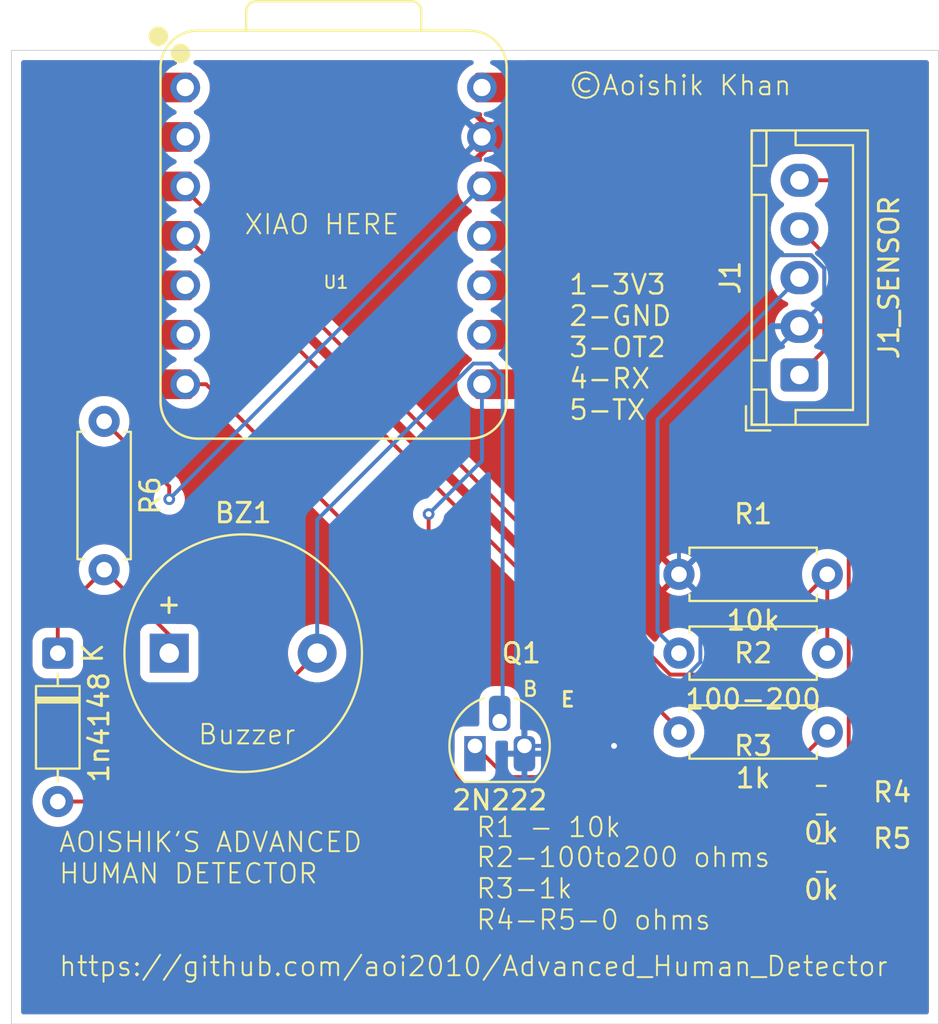
<source format=kicad_pcb>
(kicad_pcb (version 20241229) (generator "pcbnew") (generator_version "9.0")
  (layers (0 "F.Cu" signal) (2 "B.Cu" signal) (13 "F.Paste" user) (15 "B.Paste" user) (5 "F.SilkS" user "F.Silkscreen") (7 "B.SilkS" user "B.Silkscreen") (1 "F.Mask" user) (3 "B.Mask" user) (25 "Edge.Cuts" user))
  (net 0 "")
  (net 1 "Net-(BZ1--)")
  (net 2 "+3V3")
  (net 3 "GND")
  (net 4 "/TX")
  (net 5 "/OT2")
  (net 6 "/RX")
  (net 7 "Net-(Q1-B)")
  (net 8 "Net-(U1-GPIO4{slash}A2{slash}D2)")
  (net 9 "Net-(U1-GPIO5{slash}A3{slash}D3)")
  (net 10 "Net-(U1-GPIO20{slash}D7{slash}RX)")
  (net 11 "Net-(U1-GPIO21{slash}D6{slash}TX)")
  (net 28 "Net-(BZ1-+)")
  (footprint "Buzzer_Beeper:Buzzer_12x9.5RM7.6" (layer "F.Cu") (at 127.16875 100.0125)
    (property "Reference" "BZ1" (at 3.8 -7.2 0) (layer "F.SilkS"))
    (property "Value" "Buzzer")
    (fp_circle (center 3.8 0) (end 9.9 0) (stroke (width 0.12)) (fill no) (layer "F.SilkS"))
    (fp_text user "+" (at -0.01 -2.54 0) (layer "F.SilkS"))
    (pad "1" thru_hole rect (at 0 0) (size 2 2) (drill 1) (layers "*.Cu" "*.Mask") (net 28 "Net-(BZ1-+)"))
    (pad "2" thru_hole circle (at 7.6 0) (size 2 2) (drill 1) (layers "*.Cu" "*.Mask") (net 1 "Net-(BZ1--)"))
  )
  (footprint "Resistor_THT:R_Axial_DIN0207_L6.3mm_D2.5mm_P7.62mm_Horizontal" (layer "F.Cu") (at 153.3525 104.0625)
    (property "Reference" "R3" (at 3.81 0.7125 0) (layer "F.SilkS"))
    (property "Value" "1k" (at 3.81 2.37 0) (layer "F.SilkS"))
    (fp_line (start 0.54 -1.37) (end 7.08 -1.37) (stroke (width 0.12)) (layer "F.SilkS"))
    (fp_line (start 0.54 -1.04) (end 0.54 -1.37) (stroke (width 0.12)) (layer "F.SilkS"))
    (fp_line (start 0.54 1.04) (end 0.54 1.37) (stroke (width 0.12)) (layer "F.SilkS"))
    (fp_line (start 0.54 1.37) (end 7.08 1.37) (stroke (width 0.12)) (layer "F.SilkS"))
    (fp_line (start 7.08 -1.37) (end 7.08 -1.04) (stroke (width 0.12)) (layer "F.SilkS"))
    (fp_line (start 7.08 1.37) (end 7.08 1.04) (stroke (width 0.12)) (layer "F.SilkS"))
    (pad "1" thru_hole circle (at 0 0) (size 1.6 1.6) (drill 0.8) (layers "*.Cu" "*.Mask") (net 9 "Net-(U1-GPIO5{slash}A3{slash}D3)"))
    (pad "2" thru_hole circle (at 7.62 0) (size 1.6 1.6) (drill 0.8) (layers "*.Cu" "*.Mask") (net 7 "Net-(Q1-B)"))
  )
  (footprint "Connector_JST:JST_XH_B5B-XH-A_1x05_P2.50mm_Vertical" (layer "F.Cu") (at 159.54375 85.725 90)
    (property "Reference" "J1" (at 5 -3.55 90) (layer "F.SilkS"))
    (property "Value" "J1_SENSOR" (at 5 4.6 90) (layer "F.SilkS"))
    (fp_line (start -1.6 -2.75) (end -2.85 -2.75) (stroke (width 0.12)) (layer "F.SilkS"))
    (fp_line (start -2.85 -2.75) (end -2.85 -1.5) (stroke (width 0.12)) (layer "F.SilkS"))
    (fp_line (start 12.55 -0.2) (end 11.8 -0.2) (stroke (width 0.12)) (layer "F.SilkS"))
    (fp_line (start 11.8 -0.2) (end 11.8 2.75) (stroke (width 0.12)) (layer "F.SilkS"))
    (fp_line (start -1.8 -0.2) (end -1.8 2.75) (stroke (width 0.12)) (layer "F.SilkS"))
    (fp_line (start -2.55 -0.2) (end -1.8 -0.2) (stroke (width 0.12)) (layer "F.SilkS"))
    (fp_line (start 11.8 2.75) (end 5 2.75) (stroke (width 0.12)) (layer "F.SilkS"))
    (fp_line (start -1.8 2.75) (end 5 2.75) (stroke (width 0.12)) (layer "F.SilkS"))
    (fp_rect (start -2.56 -2.46) (end 12.56 3.51) (stroke (width 0.12)) (fill no) (layer "F.SilkS"))
    (fp_rect (start 10.75 -2.45) (end 12.55 -1.7) (stroke (width 0.12)) (fill no) (layer "F.SilkS"))
    (fp_rect (start 0.75 -2.45) (end 9.25 -1.7) (stroke (width 0.12)) (fill no) (layer "F.SilkS"))
    (fp_rect (start -2.55 -2.45) (end -0.75 -1.7) (stroke (width 0.12)) (fill no) (layer "F.SilkS"))
    (pad "1" thru_hole roundrect (at 0 0 90) (size 1.7 1.95) (drill 0.95) (layers "*.Cu" "*.Mask") (roundrect_rratio 0.147059) (net 2 "+3V3"))
    (pad "2" thru_hole oval (at 2.5 0 90) (size 1.7 1.95) (drill 0.95) (layers "*.Cu" "*.Mask") (net 3 "GND"))
    (pad "3" thru_hole oval (at 5 0 90) (size 1.7 1.95) (drill 0.95) (layers "*.Cu" "*.Mask") (net 5 "/OT2"))
    (pad "4" thru_hole oval (at 7.5 0 90) (size 1.7 1.95) (drill 0.95) (layers "*.Cu" "*.Mask") (net 4 "/TX"))
    (pad "5" thru_hole oval (at 10 0 90) (size 1.7 1.95) (drill 0.95) (layers "*.Cu" "*.Mask") (net 6 "/RX"))
  )
  (footprint "Resistor_SMD:R_0805_2012Metric_Pad1.20x1.40mm_HandSolder" (layer "F.Cu") (at 160.6625 110.5125)
    (property "Reference" "R5" (at 3.64375 -0.975 0) (layer "F.SilkS"))
    (property "Value" "0k" (at 0 1.65 0) (layer "F.SilkS"))
    (fp_line (start -0.227064 -0.735) (end 0.227064 -0.735) (stroke (width 0.12)) (layer "F.SilkS"))
    (fp_line (start -0.227064 0.735) (end 0.227064 0.735) (stroke (width 0.12)) (layer "F.SilkS"))
    (pad "1" smd roundrect (at -1 0) (size 1.2 1.4) (layers "F.Cu" "F.Mask" "F.Paste") (roundrect_rratio 0.208333) (net 11 "Net-(U1-GPIO21{slash}D6{slash}TX)"))
    (pad "2" smd roundrect (at 1 0) (size 1.2 1.4) (layers "F.Cu" "F.Mask" "F.Paste") (roundrect_rratio 0.208333) (net 4 "/TX"))
  )
  (footprint "Package_TO_SOT_THT:TO-92_HandSolder" (layer "F.Cu") (at 142.875 104.775)
    (property "Reference" "Q1" (at 2.38125 -4.7625 0) (layer "F.SilkS"))
    (property "Value" "2N222" (at 1.27 2.79 0) (layer "F.SilkS"))
    (fp_line (start -0.53 1.85) (end 3.07 1.85) (stroke (width 0.12)) (layer "F.SilkS"))
    (fp_arc (start -0.541875 1.841741) (mid -1.247231 -0.581764) (end 0.45 -2.45) (stroke (width 0.12)) (layer "F.SilkS"))
    (fp_arc (start 2.05 -2.45) (mid 3.769931 -0.601036) (end 3.078445 1.827684) (stroke (width 0.12)) (layer "F.SilkS"))
    (pad "1" thru_hole rect (at 0 0) (size 1.1 1.8) (drill 0.75 (offset 0 0.4)) (layers "*.Cu" "*.Mask") (net 7 "Net-(Q1-B)"))
    (pad "2" thru_hole roundrect (at 1.27 -1.27) (size 1.1 1.8) (drill 0.75 (offset 0 -0.4)) (layers "*.Cu" "*.Mask") (net 1 "Net-(BZ1--)"))
    (pad "3" thru_hole roundrect (at 2.54 0) (size 1.1 1.8) (drill 0.75 (offset 0 0.4)) (layers "*.Cu" "*.Mask") (net 3 "GND"))
  )
  (footprint "Resistor_THT:R_Axial_DIN0207_L6.3mm_D2.5mm_P7.62mm_Horizontal" (layer "F.Cu") (at 153.3525 95.9625)
    (property "Reference" "R1" (at 3.81 -3.09375 0) (layer "F.SilkS"))
    (property "Value" "10k" (at 3.81 2.37 0) (layer "F.SilkS"))
    (fp_line (start 0.54 -1.37) (end 7.08 -1.37) (stroke (width 0.12)) (layer "F.SilkS"))
    (fp_line (start 0.54 -1.04) (end 0.54 -1.37) (stroke (width 0.12)) (layer "F.SilkS"))
    (fp_line (start 0.54 1.04) (end 0.54 1.37) (stroke (width 0.12)) (layer "F.SilkS"))
    (fp_line (start 0.54 1.37) (end 7.08 1.37) (stroke (width 0.12)) (layer "F.SilkS"))
    (fp_line (start 7.08 -1.37) (end 7.08 -1.04) (stroke (width 0.12)) (layer "F.SilkS"))
    (fp_line (start 7.08 1.37) (end 7.08 1.04) (stroke (width 0.12)) (layer "F.SilkS"))
    (pad "1" thru_hole circle (at 0 0) (size 1.6 1.6) (drill 0.8) (layers "*.Cu" "*.Mask") (net 3 "GND"))
    (pad "2" thru_hole circle (at 7.62 0) (size 1.6 1.6) (drill 0.8) (layers "*.Cu" "*.Mask") (net 8 "Net-(U1-GPIO4{slash}A2{slash}D2)"))
  )
  (footprint "Resistor_SMD:R_0805_2012Metric_Pad1.20x1.40mm_HandSolder" (layer "F.Cu") (at 160.6625 107.5625)
    (property "Reference" "R4" (at 3.64375 -0.40625 0) (layer "F.SilkS"))
    (property "Value" "0k" (at 0 1.65 0) (layer "F.SilkS"))
    (fp_line (start -0.227064 -0.735) (end 0.227064 -0.735) (stroke (width 0.12)) (layer "F.SilkS"))
    (fp_line (start -0.227064 0.735) (end 0.227064 0.735) (stroke (width 0.12)) (layer "F.SilkS"))
    (pad "1" smd roundrect (at -1 0) (size 1.2 1.4) (layers "F.Cu" "F.Mask" "F.Paste") (roundrect_rratio 0.208333) (net 10 "Net-(U1-GPIO20{slash}D7{slash}RX)"))
    (pad "2" smd roundrect (at 1 0) (size 1.2 1.4) (layers "F.Cu" "F.Mask" "F.Paste") (roundrect_rratio 0.208333) (net 6 "/RX"))
  )
  (footprint "Resistor_THT:R_Axial_DIN0207_L6.3mm_D2.5mm_P7.62mm_Horizontal" (layer "F.Cu") (at 153.3525 100.0125)
    (property "Reference" "R2" (at 3.81 0 0) (layer "F.SilkS"))
    (property "Value" "100-200" (at 3.81 2.37 0) (layer "F.SilkS"))
    (fp_line (start 0.54 -1.37) (end 7.08 -1.37) (stroke (width 0.12)) (layer "F.SilkS"))
    (fp_line (start 0.54 -1.04) (end 0.54 -1.37) (stroke (width 0.12)) (layer "F.SilkS"))
    (fp_line (start 0.54 1.04) (end 0.54 1.37) (stroke (width 0.12)) (layer "F.SilkS"))
    (fp_line (start 0.54 1.37) (end 7.08 1.37) (stroke (width 0.12)) (layer "F.SilkS"))
    (fp_line (start 7.08 -1.37) (end 7.08 -1.04) (stroke (width 0.12)) (layer "F.SilkS"))
    (fp_line (start 7.08 1.37) (end 7.08 1.04) (stroke (width 0.12)) (layer "F.SilkS"))
    (pad "1" thru_hole circle (at 0 0) (size 1.6 1.6) (drill 0.8) (layers "*.Cu" "*.Mask") (net 5 "/OT2"))
    (pad "2" thru_hole circle (at 7.62 0) (size 1.6 1.6) (drill 0.8) (layers "*.Cu" "*.Mask") (net 8 "Net-(U1-GPIO4{slash}A2{slash}D2)"))
  )
  (footprint "Diode_THT:D_DO-35_SOD27_P7.62mm_Horizontal" (layer "F.Cu") (at 121.44375 100.0125 -90)
    (property "Reference" "1n4148" (at 3.81 -2.12 90) (layer "F.SilkS"))
    (property "Value" "1N4148")
    (fp_line (start 1.04 0) (end 1.69 0) (stroke (width 0.12)) (layer "F.SilkS"))
    (fp_line (start 6.58 0) (end 5.93 0) (stroke (width 0.12)) (layer "F.SilkS"))
    (fp_line (start 2.29 -1.12) (end 2.29 1.12) (stroke (width 0.12)) (layer "F.SilkS"))
    (fp_line (start 2.41 -1.12) (end 2.41 1.12) (stroke (width 0.12)) (layer "F.SilkS"))
    (fp_line (start 2.53 -1.12) (end 2.53 1.12) (stroke (width 0.12)) (layer "F.SilkS"))
    (fp_rect (start 1.69 -1.12) (end 5.93 1.12) (stroke (width 0.12)) (fill no) (layer "F.SilkS"))
    (fp_text user "K" (at 0 -1.8 90) (layer "F.SilkS"))
    (pad "1" thru_hole roundrect (at 0 0 270) (size 1.6 1.6) (drill 0.8) (layers "*.Cu" "*.Mask") (roundrect_rratio 0.15625) (net 28 "Net-(BZ1-+)"))
    (pad "2" thru_hole circle (at 7.62 0 270) (size 1.6 1.6) (drill 0.8) (layers "*.Cu" "*.Mask") (net 1 "Net-(BZ1--)"))
  )
  (footprint "Resistor_THT:R_Axial_DIN0207_L6.3mm_D2.5mm_P7.62mm_Horizontal" (layer "F.Cu") (at 123.825 88.10625 -90)
    (property "Reference" "R6" (at 3.81 -2.37 90) (layer "F.SilkS"))
    (property "Value" "22-33")
    (fp_line (start 0.54 1.37) (end 7.08 1.37) (stroke (width 0.12)) (layer "F.SilkS"))
    (fp_line (start 7.08 1.37) (end 7.08 1.04) (stroke (width 0.12)) (layer "F.SilkS"))
    (fp_line (start 0.54 1.04) (end 0.54 1.37) (stroke (width 0.12)) (layer "F.SilkS"))
    (fp_line (start 0.54 -1.04) (end 0.54 -1.37) (stroke (width 0.12)) (layer "F.SilkS"))
    (fp_line (start 0.54 -1.37) (end 7.08 -1.37) (stroke (width 0.12)) (layer "F.SilkS"))
    (fp_line (start 7.08 -1.37) (end 7.08 -1.04) (stroke (width 0.12)) (layer "F.SilkS"))
    (pad "1" thru_hole circle (at 0 0 270) (size 1.6 1.6) (drill 0.8) (layers "*.Cu" "*.Mask") (net 2 "+3V3"))
    (pad "2" thru_hole circle (at 7.62 0 270) (size 1.6 1.6) (drill 0.8) (layers "*.Cu" "*.Mask") (net 28 "Net-(BZ1-+)"))
  )
  (footprint "OPL_XIAO:XIAO-ESP32C3-DIP" (layer "F.Cu") (at 135.73125 78.58125)
    (property "Reference" "U1" (at 0 2.38125 0) (layer "F.SilkS") (effects (font (size 0.635 0.635) (thickness 0.1016))))
    (property "Value" "XIAO-ESP32-C3-DIP")
    (fp_line (start -9.01 8.509) (end -9.01 -8.636) (stroke (width 0.127)) (layer "F.SilkS"))
    (fp_line (start -7.105 10.414) (end 6.865 10.414) (stroke (width 0.127)) (layer "F.SilkS"))
    (fp_line (start -4.615 -10.541) (end -4.611272 -11.551272) (stroke (width 0.127)) (layer "F.SilkS"))
    (fp_line (start -4.111272 -12.051) (end 3.884 -12.051) (stroke (width 0.127)) (layer "F.SilkS"))
    (fp_line (start 4.384 -11.551) (end 4.384 -10.541) (stroke (width 0.127)) (layer "F.SilkS"))
    (fp_line (start 6.865 -10.541) (end -7.105 -10.541) (stroke (width 0.1)) (layer "F.SilkS"))
    (fp_line (start 6.865 -10.541) (end -7.105 -10.541) (stroke (width 0.127)) (layer "F.SilkS"))
    (fp_line (start 8.77 8.509) (end 8.77 -8.636) (stroke (width 0.127)) (layer "F.SilkS"))
    (fp_arc (start -9.01 -8.636) (mid -8.452038 -9.983038) (end -7.105 -10.541) (stroke (width 0.127)) (layer "F.SilkS"))
    (fp_arc (start -7.105 10.414) (mid -8.452038 9.856038) (end -9.01 8.509) (stroke (width 0.127)) (layer "F.SilkS"))
    (fp_arc (start -4.611272 -11.551272) (mid -4.464728 -11.90464) (end -4.111272 -12.051) (stroke (width 0.127)) (layer "F.SilkS"))
    (fp_arc (start 3.884 -12.051) (mid 4.237553 -11.904553) (end 4.384 -11.551) (stroke (width 0.127)) (layer "F.SilkS"))
    (fp_arc (start 6.865 -10.541) (mid 8.212038 -9.983038) (end 8.77 -8.636) (stroke (width 0.127)) (layer "F.SilkS"))
    (fp_arc (start 8.77 8.509) (mid 8.212038 9.856038) (end 6.865 10.414) (stroke (width 0.127)) (layer "F.SilkS"))
    (fp_circle (center -9.12 -10.25) (end -9.12 -10.504) (stroke (width 0.5)) (fill yes) (layer "F.SilkS"))
    (fp_circle (center -7.977 -9.37) (end -7.977 -9.624) (stroke (width 0.5)) (fill yes) (layer "F.SilkS"))
    (pad "1" smd roundrect (at -8.575 -7.62 180) (size 2.432 1.524) (layers "F.Cu" "F.Mask") (roundrect_rratio 0.1))
    (pad "1" thru_hole circle (at -7.74 -7.62 180) (size 1.524 1.524) (drill 0.889) (layers "*.Cu" "*.Mask"))
    (pad "2" smd roundrect (at -8.575 -5.08 180) (size 2.432 1.524) (layers "F.Cu" "F.Mask") (roundrect_rratio 0.1))
    (pad "2" thru_hole circle (at -7.74 -5.08 180) (size 1.524 1.524) (drill 0.889) (layers "*.Cu" "*.Mask"))
    (pad "3" smd roundrect (at -8.575 -2.54 180) (size 2.432 1.524) (layers "F.Cu" "F.Mask") (roundrect_rratio 0.1) (net 8 "Net-(U1-GPIO4{slash}A2{slash}D2)"))
    (pad "3" thru_hole circle (at -7.74 -2.54 180) (size 1.524 1.524) (drill 0.889) (layers "*.Cu" "*.Mask") (net 8 "Net-(U1-GPIO4{slash}A2{slash}D2)"))
    (pad "4" smd roundrect (at -8.575 0 180) (size 2.432 1.524) (layers "F.Cu" "F.Mask") (roundrect_rratio 0.1) (net 9 "Net-(U1-GPIO5{slash}A3{slash}D3)"))
    (pad "4" thru_hole circle (at -7.74 0 180) (size 1.524 1.524) (drill 0.889) (layers "*.Cu" "*.Mask") (net 9 "Net-(U1-GPIO5{slash}A3{slash}D3)"))
    (pad "5" smd roundrect (at -8.575 2.54 180) (size 2.432 1.524) (layers "F.Cu" "F.Mask") (roundrect_rratio 0.1))
    (pad "5" thru_hole circle (at -7.74 2.54 180) (size 1.524 1.524) (drill 0.889) (layers "*.Cu" "*.Mask"))
    (pad "6" smd roundrect (at -8.575 5.08 180) (size 2.432 1.524) (layers "F.Cu" "F.Mask") (roundrect_rratio 0.1))
    (pad "6" thru_hole circle (at -7.74 5.08 180) (size 1.524 1.524) (drill 0.889) (layers "*.Cu" "*.Mask"))
    (pad "7" smd roundrect (at -8.575 7.62 180) (size 2.432 1.524) (layers "F.Cu" "F.Mask") (roundrect_rratio 0.1) (net 11 "Net-(U1-GPIO21{slash}D6{slash}TX)"))
    (pad "7" thru_hole circle (at -7.74 7.62 180) (size 1.524 1.524) (drill 0.889) (layers "*.Cu" "*.Mask") (net 11 "Net-(U1-GPIO21{slash}D6{slash}TX)"))
    (pad "8" thru_hole circle (at 7.5 7.62) (size 1.524 1.524) (drill 0.889) (layers "*.Cu" "*.Mask") (net 10 "Net-(U1-GPIO20{slash}D7{slash}RX)"))
    (pad "8" smd roundrect (at 8.335 7.62) (size 2.432 1.524) (layers "F.Cu" "F.Mask") (roundrect_rratio 0.1) (net 10 "Net-(U1-GPIO20{slash}D7{slash}RX)"))
    (pad "9" thru_hole circle (at 7.5 5.08) (size 1.524 1.524) (drill 0.889) (layers "*.Cu" "*.Mask"))
    (pad "9" smd roundrect (at 8.335 5.08) (size 2.432 1.524) (layers "F.Cu" "F.Mask") (roundrect_rratio 0.1))
    (pad "10" thru_hole circle (at 7.5 2.54) (size 1.524 1.524) (drill 0.889) (layers "*.Cu" "*.Mask"))
    (pad "10" smd roundrect (at 8.335 2.54) (size 2.432 1.524) (layers "F.Cu" "F.Mask") (roundrect_rratio 0.1))
    (pad "11" thru_hole circle (at 7.5 0) (size 1.524 1.524) (drill 0.889) (layers "*.Cu" "*.Mask"))
    (pad "11" smd roundrect (at 8.335 0) (size 2.432 1.524) (layers "F.Cu" "F.Mask") (roundrect_rratio 0.1))
    (pad "12" thru_hole circle (at 7.5 -2.54) (size 1.524 1.524) (drill 0.889) (layers "*.Cu" "*.Mask") (net 2 "+3V3"))
    (pad "12" smd roundrect (at 8.335 -2.54) (size 2.432 1.524) (layers "F.Cu" "F.Mask") (roundrect_rratio 0.1) (net 2 "+3V3"))
    (pad "13" thru_hole circle (at 7.5 -5.08) (size 1.524 1.524) (drill 0.889) (layers "*.Cu" "*.Mask") (net 3 "GND"))
    (pad "13" smd roundrect (at 8.335 -5.08) (size 2.432 1.524) (layers "F.Cu" "F.Mask") (roundrect_rratio 0.1) (net 3 "GND"))
    (pad "14" thru_hole circle (at 7.5 -7.62) (size 1.524 1.524) (drill 0.889) (layers "*.Cu" "*.Mask"))
    (pad "14" smd roundrect (at 8.335 -7.62) (size 2.432 1.524) (layers "F.Cu" "F.Mask") (roundrect_rratio 0.1))
  )
  (gr_rect (start 119.0625 69.05625) (end 166.6875 119.0625) (stroke (width 0.05)) (fill no) (layer "Edge.Cuts"))
  (gr_text "©Aoishik Khan" (at 147.6375 71.4375 0) (layer "F.SilkS") (effects (font (size 1 1) (thickness 0.1)) (justify left bottom)))
  (gr_text "XIAO HERE" (at 130.96875 78.58125 0) (layer "F.SilkS") (effects (font (size 1 1) (thickness 0.1)) (justify left bottom)))
  (gr_text "B" (at 145.25625 102.295 0) (layer "F.SilkS") (effects (font (size 0.75 0.75) (thickness 0.125)) (justify left bottom)))
  (gr_text "1-3V3\n2-GND\n3-OT2\n4-RX\n5-TX" (at 147.6375 88.10625 0) (layer "F.SilkS") (effects (font (size 1 1) (thickness 0.125)) (justify left bottom)))
  (gr_text "AOISHIK'S ADVANCED\nHUMAN DETECTOR" (at 121.44375 111.91875 0) (layer "F.SilkS") (effects (font (size 1 1) (thickness 0.1)) (justify left bottom)))
  (gr_text "R2-100to200 ohms\nR3-1k\nR4-R5-0 ohms" (at 142.875 114.3 0) (layer "F.SilkS") (effects (font (size 1 1) (thickness 0.1)) (justify left bottom)))
  (gr_text "Buzzer" (at 128.5875 104.775 0) (layer "F.SilkS") (effects (font (size 1 1) (thickness 0.1)) (justify left bottom)))
  (gr_text "R1 - 10k" (at 142.875 109.5375 0) (layer "F.SilkS") (effects (font (size 1 1) (thickness 0.1)) (justify left bottom)))
  (gr_text "E" (at 147.6375 102.39375 0) (layer "F.SilkS") (effects (font (size 0.75 0.75))))
  (gr_text "https://github.com/aoi2010/Advanced_Human_Detector" (at 121.44375 116.68125 0) (layer "F.SilkS") (effects (font (size 1 1) (thickness 0.1)) (justify left bottom)))
  (segment (start 132.3875 102.39375) (end 134.76875 100.0125) (width 0.2) (layer "F.Cu") (net 1))
  (segment (start 121.44375 107.6325) (end 123.34875 107.6325) (width 0.2) (layer "F.Cu") (net 1))
  (segment (start 128.5875 102.39375) (end 132.3875 102.39375) (width 0.2) (layer "F.Cu") (net 1))
  (segment (start 123.34875 107.6325) (end 128.5875 102.39375) (width 0.2) (layer "F.Cu") (net 1))
  (segment (start 134.76875 93.16044) (end 134.76875 100.0125) (width 0.2) (layer "B.Cu") (net 1))
  (segment (start 144.29425 85.76094) (end 143.67156 85.13825) (width 0.2) (layer "B.Cu") (net 1))
  (segment (start 144.145 103.505) (end 144.29425 103.35575) (width 0.2) (layer "B.Cu") (net 1))
  (segment (start 142.79094 85.13825) (end 134.76875 93.16044) (width 0.2) (layer "B.Cu") (net 1))
  (segment (start 143.67156 85.13825) (end 142.79094 85.13825) (width 0.2) (layer "B.Cu") (net 1))
  (segment (start 144.29425 103.35575) (end 144.29425 85.76094) (width 0.2) (layer "B.Cu") (net 1))
  (segment (start 127.16875 91.45) (end 127.16875 92.10375) (width 0.2) (layer "F.Cu") (net 2))
  (segment (start 160.81975 84.449) (end 159.54375 85.725) (width 0.2) (layer "F.Cu") (net 2))
  (segment (start 160.81975 80.24824) (end 160.81975 84.449) (width 0.2) (layer "F.Cu") (net 2))
  (segment (start 160.14551 79.574) (end 160.81975 80.24824) (width 0.2) (layer "F.Cu") (net 2))
  (segment (start 147.599 79.574) (end 160.14551 79.574) (width 0.2) (layer "F.Cu") (net 2))
  (segment (start 144.06625 76.04125) (end 147.599 79.574) (width 0.2) (layer "F.Cu") (net 2))
  (segment (start 123.825 88.10625) (end 127.16875 91.45) (width 0.2) (layer "F.Cu") (net 2))
  (via (at 127.16875 92.10375) (size 0.6) (drill 0.3) (layers "F.Cu" "B.Cu") (net 2))
  (segment (start 127.16875 92.10375) (end 143.23125 76.04125) (width 0.2) (layer "B.Cu") (net 2))
  (via (at 150.01875 104.775) (size 0.6) (drill 0.3) (layers "F.Cu" "B.Cu") (net 3))
  (segment (start 153.3525 89.41625) (end 159.54375 83.225) (width 0.2) (layer "B.Cu") (net 3))
  (segment (start 150.01875 104.775) (end 150.14705 104.775) (width 0.2) (layer "B.Cu") (net 3))
  (segment (start 150.14705 104.775) (end 154.4535 100.46855) (width 0.2) (layer "B.Cu") (net 3))
  (segment (start 160.81975 81.949) (end 159.54375 83.225) (width 0.2) (layer "B.Cu") (net 3))
  (segment (start 160.14551 79.574) (end 160.81975 80.24824) (width 0.2) (layer "B.Cu") (net 3))
  (segment (start 149.304 79.574) (end 160.14551 79.574) (width 0.2) (layer "B.Cu") (net 3))
  (segment (start 143.23125 73.50125) (end 149.304 79.574) (width 0.2) (layer "B.Cu") (net 3))
  (segment (start 154.4535 100.46855) (end 154.4535 97.0635) (width 0.2) (layer "B.Cu") (net 3))
  (segment (start 145.415 104.775) (end 150.01875 104.775) (width 0.2) (layer "B.Cu") (net 3))
  (segment (start 154.4535 97.0635) (end 153.3525 95.9625) (width 0.2) (layer "B.Cu") (net 3))
  (segment (start 153.3525 95.9625) (end 153.3525 89.41625) (width 0.2) (layer "B.Cu") (net 3))
  (segment (start 160.81975 80.24824) (end 160.81975 81.949) (width 0.2) (layer "B.Cu") (net 3))
  (segment (start 159.54375 78.225) (end 162.0735 80.75475) (width 0.2) (layer "F.Cu") (net 4))
  (segment (start 162.0735 105.56534) (end 160.7615 106.87734) (width 0.2) (layer "F.Cu") (net 4))
  (segment (start 162.0735 80.75475) (end 162.0735 105.56534) (width 0.2) (layer "F.Cu") (net 4))
  (segment (start 160.7615 109.6115) (end 161.6625 110.5125) (width 0.2) (layer "F.Cu") (net 4))
  (segment (start 160.7615 106.87734) (end 160.7615 109.6115) (width 0.2) (layer "F.Cu") (net 4))
  (segment (start 152.2515 98.9115) (end 153.3525 100.0125) (width 0.2) (layer "B.Cu") (net 5))
  (segment (start 159.54375 80.725) (end 152.2515 88.01725) (width 0.2) (layer "B.Cu") (net 5))
  (segment (start 152.2515 88.01725) (end 152.2515 98.9115) (width 0.2) (layer "B.Cu") (net 5))
  (segment (start 163.83125 75.725) (end 164.30625 76.2) (width 0.2) (layer "F.Cu") (net 6))
  (segment (start 164.30625 104.91875) (end 161.6625 107.5625) (width 0.2) (layer "F.Cu") (net 6))
  (segment (start 164.30625 76.2) (end 164.30625 104.91875) (width 0.2) (layer "F.Cu") (net 6))
  (segment (start 159.54375 75.725) (end 163.83125 75.725) (width 0.2) (layer "F.Cu") (net 6))
  (segment (start 158.659 106.376) (end 144.476 106.376) (width 0.2) (layer "F.Cu") (net 7))
  (segment (start 144.476 106.376) (end 142.875 104.775) (width 0.2) (layer "F.Cu") (net 7))
  (segment (start 160.9725 104.0625) (end 158.659 106.376) (width 0.2) (layer "F.Cu") (net 7))
  (segment (start 127.99125 76.2083) (end 127.99125 76.04125) (width 0.2) (layer "F.Cu") (net 8))
  (segment (start 160.9725 95.9625) (end 155.8215 101.1135) (width 0.2) (layer "F.Cu") (net 8))
  (segment (start 152.89645 101.1135) (end 127.99125 76.2083) (width 0.2) (layer "F.Cu") (net 8))
  (segment (start 155.8215 101.1135) (end 152.89645 101.1135) (width 0.2) (layer "F.Cu") (net 8))
  (segment (start 160.9725 100.0125) (end 160.9725 95.9625) (width 0.2) (layer "F.Cu") (net 8))
  (segment (start 153.3525 104.0625) (end 153.3525 103.9425) (width 0.2) (layer "F.Cu") (net 9))
  (segment (start 153.3525 103.9425) (end 127.99125 78.58125) (width 0.2) (layer "F.Cu") (net 9))
  (segment (start 143.2105 107.5625) (end 140.49375 104.84575) (width 0.2) (layer "F.Cu") (net 10))
  (segment (start 159.6625 107.5625) (end 143.2105 107.5625) (width 0.2) (layer "F.Cu") (net 10))
  (segment (start 140.49375 104.84575) (end 140.49375 92.86875) (width 0.2) (layer "F.Cu") (net 10))
  (via (at 140.49375 92.86875) (size 0.6) (drill 0.3) (layers "F.Cu" "B.Cu") (net 10))
  (segment (start 140.49375 92.86875) (end 143.23125 90.13125) (width 0.2) (layer "B.Cu") (net 10))
  (segment (start 143.23125 90.13125) (end 143.23125 86.20125) (width 0.2) (layer "B.Cu") (net 10))
  (segment (start 150.826 107.9635) (end 143.0444 107.9635) (width 0.2) (layer "F.Cu") (net 11))
  (segment (start 143.0444 107.9635) (end 140.09275 105.01185) (width 0.2) (layer "F.Cu") (net 11))
  (segment (start 153.375 110.5125) (end 150.826 107.9635) (width 0.2) (layer "F.Cu") (net 11))
  (segment (start 159.6625 110.5125) (end 153.375 110.5125) (width 0.2) (layer "F.Cu") (net 11))
  (segment (start 140.09275 105.01185) (end 140.09275 97.23025) (width 0.2) (layer "F.Cu") (net 11))
  (segment (start 129.06375 86.20125) (end 127.99125 86.20125) (width 0.2) (layer "F.Cu") (net 11))
  (segment (start 140.09275 97.23025) (end 129.06375 86.20125) (width 0.2) (layer "F.Cu") (net 11))
  (segment (start 121.44375 100.0125) (end 121.44375 98.1075) (width 0.2) (layer "F.Cu") (net 28))
  (segment (start 121.44375 98.1075) (end 123.825 95.72625) (width 0.2) (layer "F.Cu") (net 28))
  (segment (start 127.16875 99.07) (end 127.16875 100.0125) (width 0.2) (layer "F.Cu") (net 28))
  (segment (start 123.825 95.72625) (end 127.16875 99.07) (width 0.2) (layer "F.Cu") (net 28))
  (zone (net 3) (net_name "GND") (layers "F.Cu" "B.Cu") (connect_pads (clearance 0.5)) (min_thickness 0.25) (fill yes (thermal_gap 0.3) (thermal_bridge_width 0.3))
    (polygon (pts (xy 119.0625 69.05625) (xy 166.6875 69.05625) (xy 166.6875 119.0625) (xy 119.0625 119.0625)))
  )
)
</source>
